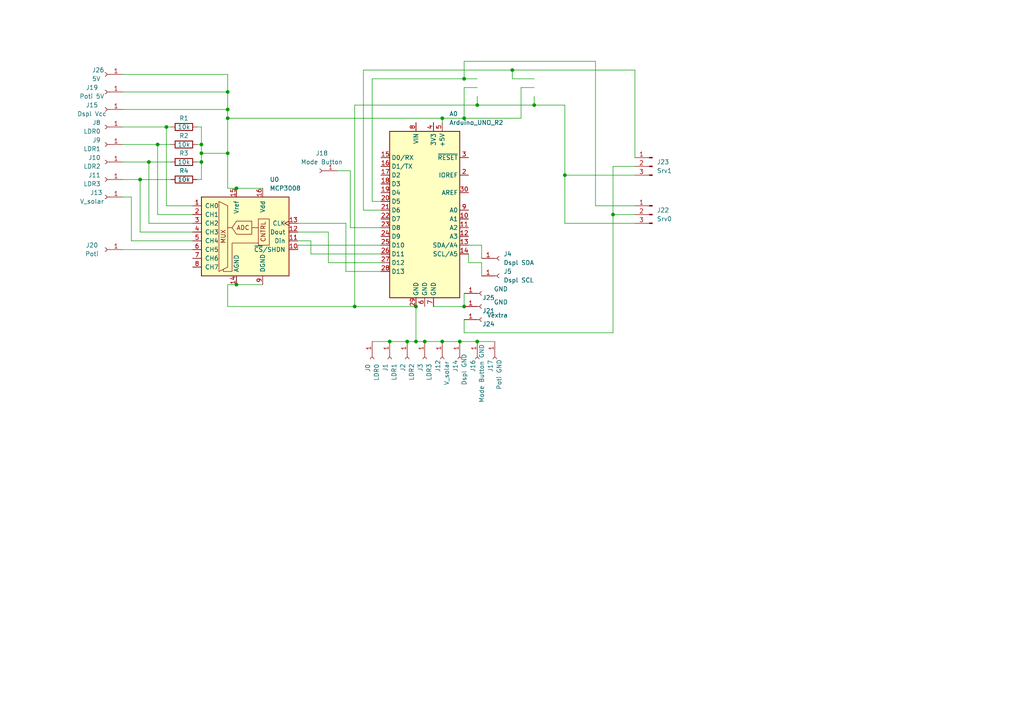
<source format=kicad_sch>
(kicad_sch (version 20211123) (generator eeschema)
  (paper "A4")
  (lib_symbols
    (symbol "Analog_ADC:MCP3008" (pin_names (offset 1.016))
      (property "Reference" "U" (at -5.08 13.335 0))
      (property "Value" "MCP3008" (at -5.08 11.43 0))
      (symbol "MCP3008_0_0"
        (text "ADC" (at -0.635 1.27 0) (effects (font (size 1.27 1.27))))
        (text "CNTRL" (at 5.969 -2.921 900) (effects (font (size 1.27 1.27)) (justify left bottom)))
        (text "MUX" (at -6.35 -1.27 900) (effects (font (size 1.27 1.27))))
      )
      (symbol "MCP3008_0_1"
        (polyline (pts (xy -3.81 1.27) (xy -5.08 1.27)))
        (polyline (pts (xy 1.905 1.27) (xy 3.81 1.27)))
        (polyline (pts (xy -7.62 8.89) (xy -7.62 -11.43) (xy -5.08 -10.16) (xy -5.08 7.62) (xy -7.62 8.89)))
        (polyline (pts (xy 3.81 -3.175) (xy -3.81 -3.175) (xy -3.81 -11.43) (xy -6.35 -11.43) (xy -6.35 -10.795)))
        (polyline (pts (xy 1.905 3.175) (xy 1.905 -0.635) (xy -2.54 -0.635) (xy -3.81 1.27) (xy -2.54 3.175) (xy 1.905 3.175)))
        (rectangle (start 3.81 -3.81) (end 6.985 3.81))
        (rectangle (start 12.7 -12.7) (end -12.7 10.16) (stroke (width 0.254)) (fill (type background)))
      )
      (symbol "MCP3008_1_1"
        (pin input line (at -15.24 7.62 0) (length 2.54) (name "CH0") (number "1"))
        (pin input line (at 15.24 -5.08 180) (length 2.54) (name "~{CS}/SHDN") (number "10"))
        (pin input line (at 15.24 -2.54 180) (length 2.54) (name "Din") (number "11"))
        (pin output line (at 15.24 0 180) (length 2.54) (name "Dout") (number "12"))
        (pin input clock (at 15.24 2.54 180) (length 2.54) (name "CLK") (number "13"))
        (pin power_in line (at -2.54 -15.24 90) (length 2.54) (name "AGND") (number "14"))
        (pin power_in line (at -2.54 12.7 270) (length 2.54) (name "Vref") (number "15"))
        (pin power_in line (at 5.08 12.7 270) (length 2.54) (name "Vdd") (number "16"))
        (pin input line (at -15.24 5.08 0) (length 2.54) (name "CH1") (number "2"))
        (pin input line (at -15.24 2.54 0) (length 2.54) (name "CH2") (number "3"))
        (pin input line (at -15.24 0 0) (length 2.54) (name "CH3") (number "4"))
        (pin input line (at -15.24 -2.54 0) (length 2.54) (name "CH4") (number "5"))
        (pin input line (at -15.24 -5.08 0) (length 2.54) (name "CH5") (number "6"))
        (pin input line (at -15.24 -7.62 0) (length 2.54) (name "CH6") (number "7"))
        (pin input line (at -15.24 -10.16 0) (length 2.54) (name "CH7") (number "8"))
        (pin power_in line (at 5.08 -15.24 90) (length 2.54) (name "DGND") (number "9"))
      )
    )
    (symbol "Connector:Conn_01x01_Female" (pin_names (offset 1.016) hide)
      (property "Reference" "J" (at 0 2.54 0))
      (property "Value" "Conn_01x01_Female" (at 0 -2.54 0))
      (symbol "Conn_01x01_Female_1_1"
        (polyline (pts (xy -1.27 0) (xy -0.508 0)) (stroke (width 0.1524)))
        (arc (start 0 0.508) (mid -0.508 0) (end 0 -0.508) (stroke (width 0.1524)))
        (pin passive line (at -5.08 0 0) (length 3.81) (name "Pin_1") (number "1"))
      )
    )
    (symbol "Connector:Conn_01x03_Male" (pin_names (offset 1.016) hide)
      (property "Reference" "J" (at 0 5.08 0))
      (property "Value" "Conn_01x03_Male" (at 0 -5.08 0))
      (symbol "Conn_01x03_Male_1_1"
        (polyline (pts (xy 1.27 -2.54) (xy 0.8636 -2.54)) (stroke (width 0.1524)))
        (polyline (pts (xy 1.27 0) (xy 0.8636 0)) (stroke (width 0.1524)))
        (polyline (pts (xy 1.27 2.54) (xy 0.8636 2.54)) (stroke (width 0.1524)))
        (rectangle (start 0.8636 -2.413) (end 0 -2.667) (stroke (width 0.1524)) (fill (type outline)))
        (rectangle (start 0.8636 0.127) (end 0 -0.127) (stroke (width 0.1524)) (fill (type outline)))
        (rectangle (start 0.8636 2.667) (end 0 2.413) (stroke (width 0.1524)) (fill (type outline)))
        (pin passive line (at 5.08 2.54 180) (length 3.81) (name "Pin_1") (number "1"))
        (pin passive line (at 5.08 0 180) (length 3.81) (name "Pin_2") (number "2"))
        (pin passive line (at 5.08 -2.54 180) (length 3.81) (name "Pin_3") (number "3"))
      )
    )
    (symbol "Device:R" (pin_numbers hide) (pin_names (offset 0))
      (property "Reference" "R" (at 2.032 0 90))
      (property "Value" "R" (at 0 0 90))
      (symbol "R_0_1"
        (rectangle (start -1.016 -2.54) (end 1.016 2.54) (stroke (width 0.254)))
      )
      (symbol "R_1_1"
        (pin passive line (at 0 3.81 270) (length 1.27) (name "~") (number "1"))
        (pin passive line (at 0 -3.81 90) (length 1.27) (name "~") (number "2"))
      )
    )
    (symbol "MCU_Module:Arduino_UNO_R2"
      (property "Reference" "A" (at -10.16 23.495 0))
      (property "Value" "Arduino_UNO_R2" (at 5.08 -26.67 0))
      (symbol "Arduino_UNO_R2_0_1"
        (rectangle (start -10.16 22.86) (end 10.16 -25.4) (stroke (width 0.254)) (fill (type background)))
      )
      (symbol "Arduino_UNO_R2_1_1"
        (pin no_connect line (at -10.16 -20.32 0) (length 2.54) hide (name "NC") (number "1"))
        (pin bidirectional line (at 12.7 -2.54 180) (length 2.54) (name "A1") (number "10"))
        (pin bidirectional line (at 12.7 -5.08 180) (length 2.54) (name "A2") (number "11"))
        (pin bidirectional line (at 12.7 -7.62 180) (length 2.54) (name "A3") (number "12"))
        (pin bidirectional line (at 12.7 -10.16 180) (length 2.54) (name "SDA/A4") (number "13"))
        (pin bidirectional line (at 12.7 -12.7 180) (length 2.54) (name "SCL/A5") (number "14"))
        (pin bidirectional line (at -12.7 15.24 0) (length 2.54) (name "D0/RX") (number "15"))
        (pin bidirectional line (at -12.7 12.7 0) (length 2.54) (name "D1/TX") (number "16"))
        (pin bidirectional line (at -12.7 10.16 0) (length 2.54) (name "D2") (number "17"))
        (pin bidirectional line (at -12.7 7.62 0) (length 2.54) (name "D3") (number "18"))
        (pin bidirectional line (at -12.7 5.08 0) (length 2.54) (name "D4") (number "19"))
        (pin output line (at 12.7 10.16 180) (length 2.54) (name "IOREF") (number "2"))
        (pin bidirectional line (at -12.7 2.54 0) (length 2.54) (name "D5") (number "20"))
        (pin bidirectional line (at -12.7 0 0) (length 2.54) (name "D6") (number "21"))
        (pin bidirectional line (at -12.7 -2.54 0) (length 2.54) (name "D7") (number "22"))
        (pin bidirectional line (at -12.7 -5.08 0) (length 2.54) (name "D8") (number "23"))
        (pin bidirectional line (at -12.7 -7.62 0) (length 2.54) (name "D9") (number "24"))
        (pin bidirectional line (at -12.7 -10.16 0) (length 2.54) (name "D10") (number "25"))
        (pin bidirectional line (at -12.7 -12.7 0) (length 2.54) (name "D11") (number "26"))
        (pin bidirectional line (at -12.7 -15.24 0) (length 2.54) (name "D12") (number "27"))
        (pin bidirectional line (at -12.7 -17.78 0) (length 2.54) (name "D13") (number "28"))
        (pin power_in line (at -2.54 -27.94 90) (length 2.54) (name "GND") (number "29"))
        (pin input line (at 12.7 15.24 180) (length 2.54) (name "~{RESET}") (number "3"))
        (pin input line (at 12.7 5.08 180) (length 2.54) (name "AREF") (number "30"))
        (pin power_out line (at 2.54 25.4 270) (length 2.54) (name "3V3") (number "4"))
        (pin power_out line (at 5.08 25.4 270) (length 2.54) (name "+5V") (number "5"))
        (pin power_in line (at 0 -27.94 90) (length 2.54) (name "GND") (number "6"))
        (pin power_in line (at 2.54 -27.94 90) (length 2.54) (name "GND") (number "7"))
        (pin power_in line (at -2.54 25.4 270) (length 2.54) (name "VIN") (number "8"))
        (pin bidirectional line (at 12.7 0 180) (length 2.54) (name "A0") (number "9"))
      )
    )
  )
  (junction (at 134.62 22.86))
  (junction (at 120.65 88.9))
  (junction (at 118.11 99.06))
  (junction (at 148.59 20.32))
  (junction (at 134.62 88.9))
  (junction (at 113.03 99.06))
  (junction (at 163.83 50.8))
  (junction (at 133.35 99.06))
  (junction (at 138.43 30.48))
  (junction (at 66.04 26.67))
  (junction (at 154.94 30.48))
  (junction (at 66.04 44.45))
  (junction (at 68.58 82.55))
  (junction (at 45.72 41.91))
  (junction (at 68.58 54.61))
  (junction (at 123.19 99.06))
  (junction (at 66.04 31.75))
  (junction (at 128.27 99.06))
  (junction (at 138.43 99.06))
  (junction (at 66.04 34.29))
  (junction (at 43.18 46.99))
  (junction (at 120.65 99.06))
  (junction (at 58.42 44.45))
  (junction (at 102.87 88.9))
  (junction (at 58.42 46.99))
  (junction (at 134.62 34.29))
  (junction (at 48.26 36.83))
  (junction (at 177.8 62.23))
  (junction (at 58.42 41.91))
  (junction (at 40.64 52.07))
  (junction (at 128.27 34.29))
  (wire (pts (xy 58.42 46.99) (xy 57.15 46.99)))
  (wire (pts (xy 133.35 99.06) (xy 138.43 99.06)))
  (wire (pts (xy 102.87 30.48) (xy 138.43 30.48)))
  (wire (pts (xy 86.36 69.85) (xy 90.17 69.85)))
  (wire (pts (xy 58.42 41.91) (xy 57.15 41.91)))
  (wire (pts (xy 110.49 66.04) (xy 101.6 66.04)))
  (wire (pts (xy 58.42 44.45) (xy 66.04 44.45)))
  (wire (pts (xy 177.8 48.26) (xy 184.15 48.26)))
  (wire (pts (xy 40.64 52.07) (xy 40.64 67.31)))
  (wire (pts (xy 66.04 21.59) (xy 66.04 26.67)))
  (wire (pts (xy 40.64 67.31) (xy 55.88 67.31)))
  (wire (pts (xy 138.43 99.06) (xy 143.51 99.06)))
  (wire (pts (xy 38.1 57.15) (xy 38.1 69.85)))
  (wire (pts (xy 113.03 99.06) (xy 118.11 99.06)))
  (wire (pts (xy 184.15 20.32) (xy 184.15 45.72)))
  (wire (pts (xy 38.1 69.85) (xy 55.88 69.85)))
  (wire (pts (xy 86.36 64.77) (xy 100.33 64.77)))
  (wire (pts (xy 90.17 73.66) (xy 110.49 73.66)))
  (wire (pts (xy 107.95 22.86) (xy 134.62 22.86)))
  (wire (pts (xy 45.72 62.23) (xy 55.88 62.23)))
  (wire (pts (xy 134.62 85.09) (xy 134.62 88.9)))
  (wire (pts (xy 101.6 66.04) (xy 101.6 49.53)))
  (wire (pts (xy 139.7 76.2) (xy 139.7 80.01)))
  (wire (pts (xy 138.43 25.4) (xy 134.62 25.4)))
  (wire (pts (xy 128.27 34.29) (xy 134.62 34.29)))
  (wire (pts (xy 58.42 46.99) (xy 58.42 52.07)))
  (wire (pts (xy 66.04 54.61) (xy 66.04 44.45)))
  (wire (pts (xy 57.15 36.83) (xy 58.42 36.83)))
  (wire (pts (xy 55.88 64.77) (xy 43.18 64.77)))
  (wire (pts (xy 58.42 36.83) (xy 58.42 41.91)))
  (wire (pts (xy 49.53 41.91) (xy 45.72 41.91)))
  (wire (pts (xy 49.53 46.99) (xy 43.18 46.99)))
  (wire (pts (xy 68.58 82.55) (xy 76.2 82.55)))
  (wire (pts (xy 68.58 54.61) (xy 66.04 54.61)))
  (wire (pts (xy 45.72 41.91) (xy 45.72 62.23)))
  (wire (pts (xy 177.8 96.52) (xy 177.8 62.23)))
  (wire (pts (xy 90.17 69.85) (xy 90.17 73.66)))
  (wire (pts (xy 55.88 59.69) (xy 48.26 59.69)))
  (wire (pts (xy 172.72 59.69) (xy 172.72 17.78)))
  (wire (pts (xy 163.83 64.77) (xy 163.83 50.8)))
  (wire (pts (xy 49.53 52.07) (xy 40.64 52.07)))
  (wire (pts (xy 66.04 31.75) (xy 66.04 34.29)))
  (wire (pts (xy 35.56 26.67) (xy 66.04 26.67)))
  (wire (pts (xy 40.64 52.07) (xy 35.56 52.07)))
  (wire (pts (xy 184.15 64.77) (xy 163.83 64.77)))
  (wire (pts (xy 148.59 22.86) (xy 148.59 20.32)))
  (wire (pts (xy 123.19 99.06) (xy 128.27 99.06)))
  (wire (pts (xy 100.33 78.74) (xy 110.49 78.74)))
  (wire (pts (xy 134.62 92.71) (xy 134.62 96.52)))
  (wire (pts (xy 135.89 73.66) (xy 135.89 76.2)))
  (wire (pts (xy 95.25 76.2) (xy 110.49 76.2)))
  (wire (pts (xy 163.83 30.48) (xy 163.83 50.8)))
  (wire (pts (xy 107.95 99.06) (xy 113.03 99.06)))
  (wire (pts (xy 100.33 64.77) (xy 100.33 78.74)))
  (wire (pts (xy 110.49 58.42) (xy 107.95 58.42)))
  (wire (pts (xy 138.43 27.94) (xy 138.43 30.48)))
  (wire (pts (xy 105.41 60.96) (xy 110.49 60.96)))
  (wire (pts (xy 48.26 59.69) (xy 48.26 36.83)))
  (wire (pts (xy 177.8 62.23) (xy 184.15 62.23)))
  (wire (pts (xy 102.87 88.9) (xy 120.65 88.9)))
  (wire (pts (xy 43.18 46.99) (xy 35.56 46.99)))
  (wire (pts (xy 151.13 25.4) (xy 151.13 34.29)))
  (wire (pts (xy 154.94 30.48) (xy 154.94 27.94)))
  (wire (pts (xy 154.94 25.4) (xy 151.13 25.4)))
  (wire (pts (xy 86.36 72.39) (xy 86.36 71.12)))
  (wire (pts (xy 58.42 52.07) (xy 57.15 52.07)))
  (wire (pts (xy 45.72 41.91) (xy 35.56 41.91)))
  (wire (pts (xy 49.53 36.83) (xy 48.26 36.83)))
  (wire (pts (xy 101.6 49.53) (xy 97.79 49.53)))
  (wire (pts (xy 177.8 62.23) (xy 177.8 48.26)))
  (wire (pts (xy 66.04 82.55) (xy 66.04 88.9)))
  (wire (pts (xy 68.58 82.55) (xy 66.04 82.55)))
  (wire (pts (xy 48.26 36.83) (xy 35.56 36.83)))
  (wire (pts (xy 139.7 71.12) (xy 139.7 74.93)))
  (wire (pts (xy 128.27 35.56) (xy 128.27 34.29)))
  (wire (pts (xy 172.72 17.78) (xy 134.62 17.78)))
  (wire (pts (xy 163.83 50.8) (xy 184.15 50.8)))
  (wire (pts (xy 135.89 71.12) (xy 139.7 71.12)))
  (wire (pts (xy 35.56 21.59) (xy 66.04 21.59)))
  (wire (pts (xy 134.62 25.4) (xy 134.62 34.29)))
  (wire (pts (xy 95.25 67.31) (xy 95.25 76.2)))
  (wire (pts (xy 135.89 76.2) (xy 139.7 76.2)))
  (wire (pts (xy 35.56 57.15) (xy 38.1 57.15)))
  (wire (pts (xy 125.73 88.9) (xy 134.62 88.9)))
  (wire (pts (xy 58.42 41.91) (xy 58.42 44.45)))
  (wire (pts (xy 66.04 26.67) (xy 66.04 31.75)))
  (wire (pts (xy 86.36 71.12) (xy 110.49 71.12)))
  (wire (pts (xy 134.62 22.86) (xy 138.43 22.86)))
  (wire (pts (xy 118.11 99.06) (xy 120.65 99.06)))
  (wire (pts (xy 105.41 20.32) (xy 105.41 60.96)))
  (wire (pts (xy 107.95 58.42) (xy 107.95 22.86)))
  (wire (pts (xy 128.27 99.06) (xy 133.35 99.06)))
  (wire (pts (xy 66.04 88.9) (xy 102.87 88.9)))
  (wire (pts (xy 184.15 59.69) (xy 172.72 59.69)))
  (wire (pts (xy 120.65 88.9) (xy 120.65 99.06)))
  (wire (pts (xy 134.62 96.52) (xy 177.8 96.52)))
  (wire (pts (xy 138.43 30.48) (xy 154.94 30.48)))
  (wire (pts (xy 102.87 88.9) (xy 102.87 30.48)))
  (wire (pts (xy 148.59 20.32) (xy 184.15 20.32)))
  (wire (pts (xy 66.04 34.29) (xy 128.27 34.29)))
  (wire (pts (xy 134.62 34.29) (xy 151.13 34.29)))
  (wire (pts (xy 134.62 17.78) (xy 134.62 22.86)))
  (wire (pts (xy 148.59 20.32) (xy 105.41 20.32)))
  (wire (pts (xy 154.94 22.86) (xy 148.59 22.86)))
  (wire (pts (xy 35.56 31.75) (xy 66.04 31.75)))
  (wire (pts (xy 154.94 30.48) (xy 163.83 30.48)))
  (wire (pts (xy 120.65 99.06) (xy 123.19 99.06)))
  (wire (pts (xy 35.56 72.39) (xy 55.88 72.39)))
  (wire (pts (xy 58.42 44.45) (xy 58.42 46.99)))
  (wire (pts (xy 68.58 54.61) (xy 76.2 54.61)))
  (wire (pts (xy 43.18 64.77) (xy 43.18 46.99)))
  (wire (pts (xy 66.04 44.45) (xy 66.04 34.29)))
  (wire (pts (xy 86.36 67.31) (xy 95.25 67.31)))
  (symbol (lib_id "Connector:Conn_01x01_Female") (at 139.7 92.71 0) (mirror x) (unit 1)
    (property "Reference" "J24" (at 143.51 93.98 0) (effects (justify right)))
    (property "Value" "Vextra" (at 147.32 91.44 0) (effects (justify right)))
    (property "Footprint" "Connector_PinHeader_2.54mm:PinHeader_1x01_P2.54mm_Vertical" (effects hide))
  )
  (symbol (lib_id "Connector:Conn_01x01_Female") (at 30.48 72.39 0) (mirror y) (unit 1)
    (property "Reference" "J20" (at 26.67 71.12 0))
    (property "Value" "Poti" (at 26.67 73.66 0))
    (property "Footprint" "Connector_PinHeader_2.54mm:PinHeader_1x01_P2.54mm_Vertical" (effects hide))
  )
  (symbol (lib_id "Device:R") (at 53.34 36.83 270) (mirror x) (unit 1)
    (property "Reference" "R1" (at 53.34 34.29 90))
    (property "Value" "10k" (at 53.34 36.83 90))
    (property "Footprint" "Resistor_THT:R_Axial_DIN0207_L6.3mm_D2.5mm_P10.16mm_Horizontal" (effects hide))
  )
  (symbol (lib_id "Connector:Conn_01x01_Female") (at 128.27 104.14 90) (mirror x) (unit 1)
    (property "Reference" "J12" (at 127 107.95 0) (effects (justify right)))
    (property "Value" "V_solar" (at 129.54 111.76 0) (effects (justify right)))
    (property "Footprint" "Connector_PinHeader_2.54mm:PinHeader_1x01_P2.54mm_Vertical" (effects hide))
  )
  (symbol (lib_id "Connector:Conn_01x01_Female") (at 30.48 31.75 0) (mirror y) (unit 1)
    (property "Reference" "J15" (at 26.67 30.48 0))
    (property "Value" "Dspl Vcc" (at 26.67 33.02 0))
    (property "Footprint" "Connector_PinHeader_2.54mm:PinHeader_1x01_P2.54mm_Vertical" (effects hide))
  )
  (symbol (lib_id "Connector:Conn_01x03_Male") (at 189.23 48.26 0) (mirror y) (unit 1)
    (property "Reference" "J23" (at 190.5 46.9899 0) (effects (justify right)))
    (property "Value" "Srv1" (at 190.5 49.5299 0) (effects (justify right)))
    (property "Footprint" "Connector_PinHeader_2.54mm:PinHeader_1x03_P2.54mm_Vertical" (effects hide))
  )
  (symbol (lib_id "Analog_ADC:MCP3008") (at 71.12 67.31 0) (unit 1)
    (property "Reference" "U0" (at 78.2194 52.07 0) (effects (justify left)))
    (property "Value" "MCP3008" (at 78.2194 54.61 0) (effects (justify left)))
    (property "Footprint" "Package_DIP:DIP-16_W7.62mm_Socket" (effects hide))
    (property "Datasheet" "http://ww1.microchip.com/downloads/en/DeviceDoc/21295d.pdf" (effects hide))
  )
  (symbol (lib_id "Connector:Conn_01x01_Female") (at 30.48 36.83 0) (mirror y) (unit 1)
    (property "Reference" "J8" (at 29.21 35.5599 0) (effects (justify left)))
    (property "Value" "LDR0" (at 29.21 38.0999 0) (effects (justify left)))
    (property "Footprint" "Connector_PinHeader_2.54mm:PinHeader_1x01_P2.54mm_Vertical" (effects hide))
  )
  (symbol (lib_id "Connector:Conn_01x01_Female") (at 139.7 88.9 0) (mirror x) (unit 1)
    (property "Reference" "J21" (at 143.51 90.17 0) (effects (justify right)))
    (property "Value" "GND" (at 147.32 87.63 0) (effects (justify right)))
    (property "Footprint" "Connector_PinHeader_2.54mm:PinHeader_1x01_P2.54mm_Vertical" (effects hide))
  )
  (symbol (lib_id "Connector:Conn_01x01_Female") (at 113.03 104.14 90) (mirror x) (unit 1)
    (property "Reference" "J1" (at 111.7599 105.41 0) (effects (justify left)))
    (property "Value" "LDR1" (at 114.2999 105.41 0) (effects (justify left)))
    (property "Footprint" "Connector_PinHeader_2.54mm:PinHeader_1x01_P2.54mm_Vertical" (effects hide))
  )
  (symbol (lib_id "Connector:Conn_01x01_Female") (at 30.48 26.67 0) (mirror y) (unit 1)
    (property "Reference" "J19" (at 26.67 25.4 0))
    (property "Value" "Poti 5V" (at 26.67 27.94 0))
    (property "Footprint" "Connector_PinHeader_2.54mm:PinHeader_1x01_P2.54mm_Vertical" (effects hide))
  )
  (symbol (lib_id "Connector:Conn_01x01_Female") (at 30.48 46.99 0) (mirror y) (unit 1)
    (property "Reference" "J10" (at 29.21 45.7199 0) (effects (justify left)))
    (property "Value" "LDR2" (at 29.21 48.2599 0) (effects (justify left)))
    (property "Footprint" "Connector_PinHeader_2.54mm:PinHeader_1x01_P2.54mm_Vertical" (effects hide))
  )
  (symbol (lib_id "Connector:Conn_01x01_Female") (at 30.48 21.59 0) (mirror y) (unit 1)
    (property "Reference" "J26" (at 26.67 20.32 0) (effects (justify right)))
    (property "Value" "5V" (at 26.67 22.86 0) (effects (justify right)))
    (property "Footprint" "Connector_PinHeader_2.54mm:PinHeader_1x01_P2.54mm_Vertical" (effects hide))
  )
  (symbol (lib_id "Connector:Conn_01x01_Female") (at 118.11 104.14 90) (mirror x) (unit 1)
    (property "Reference" "J2" (at 116.8399 105.41 0) (effects (justify left)))
    (property "Value" "LDR2" (at 119.3799 105.41 0) (effects (justify left)))
    (property "Footprint" "Connector_PinHeader_2.54mm:PinHeader_1x01_P2.54mm_Vertical" (effects hide))
  )
  (symbol (lib_id "Device:R") (at 53.34 41.91 270) (mirror x) (unit 1)
    (property "Reference" "R2" (at 53.34 39.37 90))
    (property "Value" "10k" (at 53.34 41.91 90))
    (property "Footprint" "Resistor_THT:R_Axial_DIN0207_L6.3mm_D2.5mm_P10.16mm_Horizontal" (effects hide))
  )
  (symbol (lib_id "Device:R") (at 53.34 46.99 270) (mirror x) (unit 1)
    (property "Reference" "R3" (at 53.34 44.45 90))
    (property "Value" "10k" (at 53.34 46.99 90))
    (property "Footprint" "Resistor_THT:R_Axial_DIN0207_L6.3mm_D2.5mm_P10.16mm_Horizontal" (effects hide))
  )
  (symbol (lib_id "Connector:Conn_01x01_Female") (at 30.48 52.07 0) (mirror y) (unit 1)
    (property "Reference" "J11" (at 29.21 50.7999 0) (effects (justify left)))
    (property "Value" "LDR3" (at 29.21 53.3399 0) (effects (justify left)))
    (property "Footprint" "Connector_PinHeader_2.54mm:PinHeader_1x01_P2.54mm_Vertical" (effects hide))
  )
  (symbol (lib_id "Connector:Conn_01x01_Female") (at 138.43 104.14 90) (mirror x) (unit 1)
    (property "Reference" "J16" (at 137.16 107.95 0) (effects (justify right)))
    (property "Value" "Mode Button GND" (at 139.7 116.84 0) (effects (justify right)))
    (property "Footprint" "Connector_PinHeader_2.54mm:PinHeader_1x01_P2.54mm_Vertical" (effects hide))
  )
  (symbol (lib_id "Connector:Conn_01x01_Female") (at 133.35 104.14 90) (mirror x) (unit 1)
    (property "Reference" "J14" (at 132.08 107.95 0) (effects (justify right)))
    (property "Value" "Dspl GND" (at 134.62 111.76 0) (effects (justify right)))
    (property "Footprint" "Connector_PinHeader_2.54mm:PinHeader_1x01_P2.54mm_Vertical" (effects hide))
  )
  (symbol (lib_id "Connector:Conn_01x01_Female") (at 144.78 74.93 0) (unit 1)
    (property "Reference" "J4" (at 146.05 73.6599 0) (effects (justify left)))
    (property "Value" "Dspl SDA" (at 146.05 76.1999 0) (effects (justify left)))
    (property "Footprint" "Connector_PinHeader_2.54mm:PinHeader_1x01_P2.54mm_Vertical" (effects hide))
  )
  (symbol (lib_id "Device:R") (at 53.34 52.07 270) (mirror x) (unit 1)
    (property "Reference" "R4" (at 53.34 49.53 90))
    (property "Value" "10k" (at 53.34 52.07 90))
    (property "Footprint" "Resistor_THT:R_Axial_DIN0207_L6.3mm_D2.5mm_P10.16mm_Horizontal" (effects hide))
  )
  (symbol (lib_id "Connector:Conn_01x01_Female") (at 92.71 49.53 0) (mirror y) (unit 1)
    (property "Reference" "J18" (at 93.345 44.45 0))
    (property "Value" "Mode Button" (at 93.345 46.99 0))
    (property "Footprint" "Connector_PinHeader_2.54mm:PinHeader_1x01_P2.54mm_Vertical" (effects hide))
  )
  (symbol (lib_id "Connector:Conn_01x01_Female") (at 139.7 85.09 0) (mirror x) (unit 1)
    (property "Reference" "J25" (at 143.51 86.36 0) (effects (justify right)))
    (property "Value" "GND" (at 147.32 83.82 0) (effects (justify right)))
    (property "Footprint" "Connector_PinHeader_2.54mm:PinHeader_1x01_P2.54mm_Vertical" (effects hide))
  )
  (symbol (lib_id "MCU_Module:Arduino_UNO_R2") (at 123.19 60.96 0) (unit 1)
    (property "Reference" "A0" (at 130.2894 33.02 0) (effects (justify left)))
    (property "Value" "Arduino_UNO_R2" (at 130.2894 35.56 0) (effects (justify left)))
    (property "Footprint" "Module:Arduino_UNO_R2" (effects hide))
    (property "Datasheet" "https://www.arduino.cc/en/Main/arduinoBoardUno" (effects hide))
  )
  (symbol (lib_id "Connector:Conn_01x03_Male") (at 189.23 62.23 0) (mirror y) (unit 1)
    (property "Reference" "J22" (at 190.5 60.9599 0) (effects (justify right)))
    (property "Value" "Srv0" (at 190.5 63.4999 0) (effects (justify right)))
    (property "Footprint" "Connector_PinHeader_2.54mm:PinHeader_1x03_P2.54mm_Vertical" (effects hide))
  )
  (symbol (lib_id "Connector:Conn_01x01_Female") (at 30.48 41.91 0) (mirror y) (unit 1)
    (property "Reference" "J9" (at 29.21 40.6399 0) (effects (justify left)))
    (property "Value" "LDR1" (at 29.21 43.1799 0) (effects (justify left)))
    (property "Footprint" "Connector_PinHeader_2.54mm:PinHeader_1x01_P2.54mm_Vertical" (effects hide))
  )
  (symbol (lib_id "Connector:Conn_01x01_Female") (at 123.19 104.14 90) (mirror x) (unit 1)
    (property "Reference" "J3" (at 121.9199 105.41 0) (effects (justify left)))
    (property "Value" "LDR3" (at 124.4599 105.41 0) (effects (justify left)))
    (property "Footprint" "Connector_PinHeader_2.54mm:PinHeader_1x01_P2.54mm_Vertical" (effects hide))
  )
  (symbol (lib_id "Connector:Conn_01x01_Female") (at 30.48 57.15 0) (mirror y) (unit 1)
    (property "Reference" "J13" (at 27.94 55.88 0))
    (property "Value" "V_solar" (at 26.67 58.42 0))
    (property "Footprint" "Connector_PinHeader_2.54mm:PinHeader_1x01_P2.54mm_Vertical" (effects hide))
  )
  (symbol (lib_id "Connector:Conn_01x01_Female") (at 143.51 104.14 90) (mirror x) (unit 1)
    (property "Reference" "J17" (at 142.24 107.95 0) (effects (justify right)))
    (property "Value" "Poti GND" (at 144.78 113.03 0) (effects (justify right)))
    (property "Footprint" "Connector_PinHeader_2.54mm:PinHeader_1x01_P2.54mm_Vertical" (effects hide))
  )
  (symbol (lib_id "Connector:Conn_01x01_Female") (at 144.78 80.01 0) (unit 1)
    (property "Reference" "J5" (at 146.05 78.7399 0) (effects (justify left)))
    (property "Value" "Dspl SCL" (at 146.05 81.2799 0) (effects (justify left)))
    (property "Footprint" "Connector_PinHeader_2.54mm:PinHeader_1x01_P2.54mm_Vertical" (effects hide))
  )
  (symbol (lib_id "Connector:Conn_01x01_Female") (at 107.95 104.14 90) (mirror x) (unit 1)
    (property "Reference" "J0" (at 106.68 107.95 0) (effects (justify right)))
    (property "Value" "LDR0" (at 109.22 110.49 0) (effects (justify right)))
    (property "Footprint" "Connector_PinHeader_2.54mm:PinHeader_1x01_P2.54mm_Vertical" (effects hide))
  )
)
</source>
